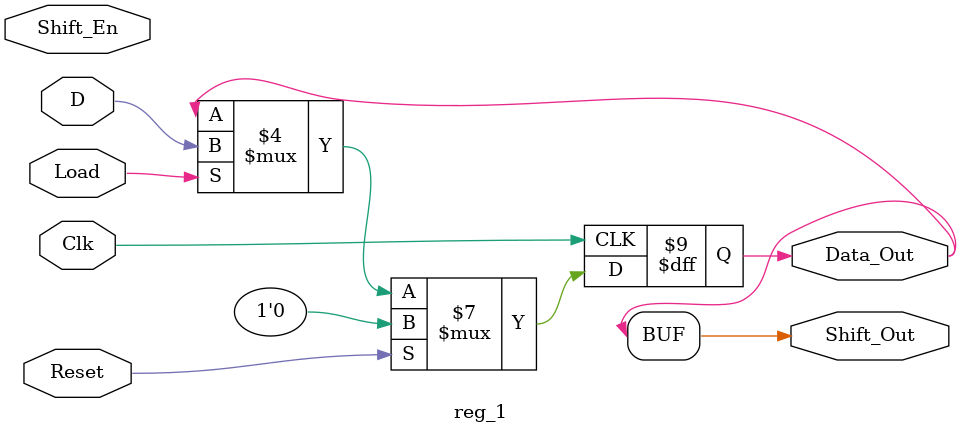
<source format=sv>
module reg_1 (input  logic Clk, Reset, Load, Shift_En,
              input  logic  D,
              output logic Shift_Out,
              output logic  Data_Out);

    always_ff @ (posedge Clk)
    begin
	 	 if (Reset) //notice, this is a sycnrhonous reset, which is recommended on the FPGA
			  Data_Out <= 0;//set the first value
		 else if (Load)
			  Data_Out <= D;
		 else if (Shift_En)
		 begin
			  Data_Out <= {Data_Out, Data_Out }; 
	    end
    end
	
    assign Shift_Out = Data_Out;

endmodule

</source>
